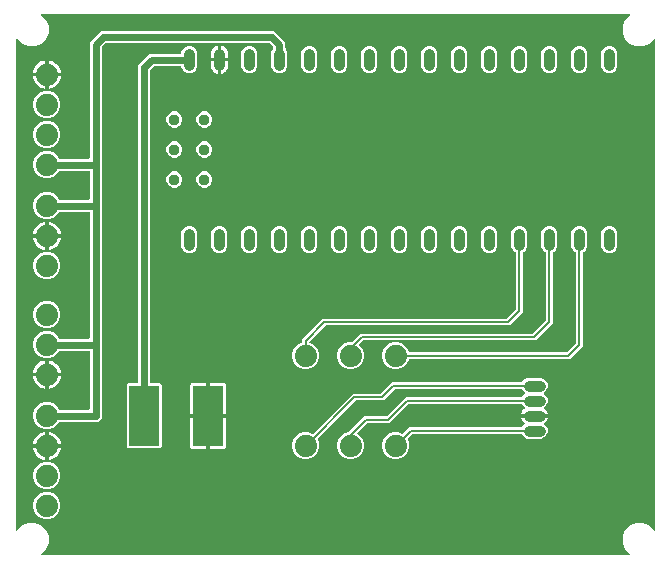
<source format=gbr>
G04 EAGLE Gerber X2 export*
%TF.Part,Single*%
%TF.FileFunction,Copper,L1,Top,Mixed*%
%TF.FilePolarity,Positive*%
%TF.GenerationSoftware,Autodesk,EAGLE,8.7.0*%
%TF.CreationDate,2018-03-25T19:34:28Z*%
G75*
%MOMM*%
%FSLAX34Y34*%
%LPD*%
%AMOC8*
5,1,8,0,0,1.08239X$1,22.5*%
G01*
%ADD10C,0.914400*%
%ADD11C,1.879600*%
%ADD12C,0.960000*%
%ADD13C,0.960000*%
%ADD14R,2.540000X5.080000*%
%ADD15C,0.152400*%
%ADD16C,0.609600*%

G36*
X544214Y24655D02*
X544214Y24655D01*
X544311Y24664D01*
X544335Y24674D01*
X544360Y24679D01*
X544446Y24724D01*
X544535Y24764D01*
X544555Y24781D01*
X544578Y24794D01*
X544645Y24864D01*
X544717Y24930D01*
X544729Y24953D01*
X544747Y24972D01*
X544788Y25060D01*
X544835Y25146D01*
X544840Y25171D01*
X544851Y25195D01*
X544861Y25292D01*
X544879Y25388D01*
X544875Y25414D01*
X544878Y25439D01*
X544857Y25535D01*
X544843Y25631D01*
X544831Y25654D01*
X544826Y25680D01*
X544775Y25764D01*
X544731Y25850D01*
X544713Y25869D01*
X544699Y25891D01*
X544625Y25954D01*
X544556Y26023D01*
X544527Y26038D01*
X544512Y26051D01*
X544482Y26063D01*
X544434Y26089D01*
X540445Y30079D01*
X538289Y35283D01*
X538289Y40917D01*
X540445Y46121D01*
X544429Y50105D01*
X549633Y52261D01*
X555267Y52261D01*
X560471Y50105D01*
X564466Y46111D01*
X564498Y46058D01*
X564544Y45972D01*
X564562Y45954D01*
X564576Y45932D01*
X564652Y45870D01*
X564722Y45803D01*
X564746Y45792D01*
X564766Y45775D01*
X564857Y45740D01*
X564945Y45699D01*
X564971Y45696D01*
X564995Y45687D01*
X565093Y45683D01*
X565189Y45672D01*
X565215Y45678D01*
X565241Y45677D01*
X565335Y45704D01*
X565430Y45724D01*
X565452Y45738D01*
X565477Y45745D01*
X565557Y45801D01*
X565641Y45851D01*
X565658Y45871D01*
X565679Y45885D01*
X565738Y45964D01*
X565801Y46038D01*
X565811Y46062D01*
X565826Y46083D01*
X565856Y46175D01*
X565893Y46266D01*
X565896Y46298D01*
X565902Y46317D01*
X565902Y46350D01*
X565911Y46432D01*
X565911Y461568D01*
X565896Y461664D01*
X565886Y461761D01*
X565876Y461785D01*
X565872Y461810D01*
X565826Y461896D01*
X565786Y461985D01*
X565769Y462005D01*
X565756Y462028D01*
X565686Y462095D01*
X565620Y462166D01*
X565597Y462179D01*
X565578Y462197D01*
X565490Y462238D01*
X565404Y462285D01*
X565379Y462290D01*
X565355Y462301D01*
X565258Y462311D01*
X565162Y462329D01*
X565136Y462325D01*
X565111Y462328D01*
X565015Y462307D01*
X564919Y462293D01*
X564896Y462281D01*
X564870Y462276D01*
X564787Y462226D01*
X564700Y462181D01*
X564681Y462163D01*
X564659Y462149D01*
X564596Y462075D01*
X564528Y462006D01*
X564512Y461977D01*
X564499Y461962D01*
X564487Y461932D01*
X564461Y461885D01*
X560471Y457895D01*
X555267Y455739D01*
X549633Y455739D01*
X544429Y457895D01*
X540445Y461879D01*
X538289Y467083D01*
X538289Y472717D01*
X540445Y477921D01*
X544439Y481916D01*
X544492Y481948D01*
X544578Y481994D01*
X544596Y482012D01*
X544618Y482026D01*
X544680Y482102D01*
X544747Y482172D01*
X544758Y482196D01*
X544775Y482216D01*
X544810Y482307D01*
X544851Y482395D01*
X544854Y482421D01*
X544863Y482445D01*
X544867Y482543D01*
X544878Y482639D01*
X544872Y482665D01*
X544873Y482691D01*
X544846Y482785D01*
X544826Y482880D01*
X544812Y482902D01*
X544805Y482927D01*
X544749Y483007D01*
X544699Y483091D01*
X544679Y483108D01*
X544665Y483129D01*
X544586Y483188D01*
X544512Y483251D01*
X544488Y483261D01*
X544467Y483276D01*
X544375Y483306D01*
X544284Y483343D01*
X544252Y483346D01*
X544233Y483352D01*
X544200Y483352D01*
X544118Y483361D01*
X46432Y483361D01*
X46336Y483346D01*
X46239Y483336D01*
X46215Y483326D01*
X46190Y483322D01*
X46104Y483276D01*
X46015Y483236D01*
X45995Y483219D01*
X45972Y483206D01*
X45905Y483136D01*
X45834Y483070D01*
X45821Y483047D01*
X45803Y483028D01*
X45762Y482940D01*
X45715Y482854D01*
X45710Y482829D01*
X45699Y482805D01*
X45689Y482708D01*
X45671Y482612D01*
X45675Y482586D01*
X45672Y482561D01*
X45693Y482465D01*
X45707Y482369D01*
X45719Y482346D01*
X45724Y482320D01*
X45774Y482237D01*
X45819Y482150D01*
X45837Y482131D01*
X45851Y482109D01*
X45925Y482046D01*
X45994Y481978D01*
X46023Y481962D01*
X46038Y481949D01*
X46068Y481937D01*
X46115Y481911D01*
X50105Y477921D01*
X52261Y472717D01*
X52261Y467083D01*
X50105Y461879D01*
X46121Y457895D01*
X40917Y455739D01*
X35283Y455739D01*
X30079Y457895D01*
X26085Y461889D01*
X26052Y461942D01*
X26006Y462028D01*
X25988Y462046D01*
X25974Y462068D01*
X25899Y462130D01*
X25828Y462197D01*
X25804Y462208D01*
X25784Y462225D01*
X25693Y462260D01*
X25605Y462301D01*
X25579Y462304D01*
X25555Y462313D01*
X25457Y462317D01*
X25361Y462328D01*
X25335Y462322D01*
X25309Y462323D01*
X25216Y462296D01*
X25120Y462276D01*
X25098Y462262D01*
X25073Y462255D01*
X24993Y462199D01*
X24909Y462149D01*
X24892Y462130D01*
X24871Y462115D01*
X24813Y462036D01*
X24749Y461962D01*
X24739Y461938D01*
X24724Y461917D01*
X24694Y461825D01*
X24657Y461734D01*
X24654Y461702D01*
X24648Y461683D01*
X24648Y461650D01*
X24639Y461568D01*
X24639Y46432D01*
X24655Y46336D01*
X24664Y46239D01*
X24674Y46215D01*
X24679Y46190D01*
X24724Y46104D01*
X24764Y46015D01*
X24781Y45995D01*
X24794Y45972D01*
X24864Y45905D01*
X24930Y45833D01*
X24953Y45821D01*
X24972Y45803D01*
X25060Y45762D01*
X25146Y45715D01*
X25171Y45710D01*
X25195Y45699D01*
X25292Y45689D01*
X25388Y45671D01*
X25414Y45675D01*
X25439Y45672D01*
X25535Y45693D01*
X25631Y45707D01*
X25654Y45719D01*
X25680Y45724D01*
X25764Y45775D01*
X25850Y45819D01*
X25869Y45837D01*
X25891Y45851D01*
X25954Y45925D01*
X26023Y45994D01*
X26038Y46023D01*
X26051Y46038D01*
X26063Y46068D01*
X26089Y46116D01*
X30079Y50105D01*
X35283Y52261D01*
X40917Y52261D01*
X46121Y50105D01*
X50105Y46121D01*
X52261Y40917D01*
X52261Y35283D01*
X50105Y30079D01*
X46111Y26085D01*
X46058Y26052D01*
X45972Y26006D01*
X45954Y25988D01*
X45932Y25974D01*
X45870Y25899D01*
X45803Y25828D01*
X45792Y25804D01*
X45775Y25784D01*
X45740Y25693D01*
X45699Y25605D01*
X45696Y25579D01*
X45687Y25555D01*
X45683Y25457D01*
X45672Y25361D01*
X45678Y25335D01*
X45677Y25309D01*
X45704Y25216D01*
X45724Y25120D01*
X45738Y25098D01*
X45745Y25073D01*
X45801Y24993D01*
X45851Y24909D01*
X45870Y24892D01*
X45885Y24871D01*
X45964Y24813D01*
X46038Y24749D01*
X46062Y24739D01*
X46083Y24724D01*
X46175Y24694D01*
X46266Y24657D01*
X46298Y24654D01*
X46317Y24648D01*
X46350Y24648D01*
X46432Y24639D01*
X544118Y24639D01*
X544214Y24655D01*
G37*
%LPC*%
G36*
X48523Y131426D02*
X48523Y131426D01*
X44315Y133169D01*
X41094Y136390D01*
X39351Y140598D01*
X39351Y145152D01*
X41094Y149360D01*
X44315Y152581D01*
X48523Y154324D01*
X53077Y154324D01*
X57285Y152581D01*
X60506Y149360D01*
X60885Y148444D01*
X60947Y148344D01*
X61007Y148244D01*
X61012Y148240D01*
X61015Y148235D01*
X61105Y148160D01*
X61194Y148084D01*
X61200Y148082D01*
X61205Y148078D01*
X61313Y148036D01*
X61422Y147992D01*
X61430Y147991D01*
X61434Y147990D01*
X61452Y147989D01*
X61589Y147974D01*
X86215Y147974D01*
X86235Y147977D01*
X86254Y147975D01*
X86356Y147997D01*
X86458Y148013D01*
X86475Y148023D01*
X86495Y148027D01*
X86584Y148080D01*
X86675Y148129D01*
X86689Y148143D01*
X86706Y148153D01*
X86773Y148232D01*
X86845Y148307D01*
X86853Y148325D01*
X86866Y148340D01*
X86905Y148436D01*
X86948Y148530D01*
X86950Y148550D01*
X86958Y148568D01*
X86976Y148735D01*
X86976Y197340D01*
X86973Y197360D01*
X86975Y197379D01*
X86953Y197481D01*
X86937Y197583D01*
X86927Y197600D01*
X86923Y197620D01*
X86870Y197709D01*
X86821Y197800D01*
X86807Y197814D01*
X86797Y197831D01*
X86718Y197898D01*
X86643Y197970D01*
X86625Y197978D01*
X86610Y197991D01*
X86514Y198030D01*
X86420Y198073D01*
X86400Y198075D01*
X86382Y198083D01*
X86215Y198101D01*
X61589Y198101D01*
X61474Y198082D01*
X61358Y198065D01*
X61352Y198063D01*
X61346Y198062D01*
X61243Y198007D01*
X61139Y197954D01*
X61134Y197949D01*
X61129Y197946D01*
X61048Y197861D01*
X60966Y197778D01*
X60963Y197772D01*
X60959Y197768D01*
X60951Y197751D01*
X60885Y197631D01*
X60506Y196715D01*
X57285Y193494D01*
X53077Y191751D01*
X48523Y191751D01*
X44315Y193494D01*
X41094Y196715D01*
X39351Y200923D01*
X39351Y205477D01*
X41094Y209685D01*
X44315Y212906D01*
X48523Y214649D01*
X53077Y214649D01*
X57285Y212906D01*
X60506Y209685D01*
X60885Y208769D01*
X60947Y208669D01*
X61007Y208569D01*
X61012Y208565D01*
X61015Y208560D01*
X61105Y208485D01*
X61194Y208409D01*
X61200Y208407D01*
X61204Y208403D01*
X61313Y208361D01*
X61422Y208317D01*
X61429Y208316D01*
X61434Y208315D01*
X61452Y208314D01*
X61589Y208299D01*
X86215Y208299D01*
X86235Y208302D01*
X86254Y208300D01*
X86356Y208322D01*
X86458Y208338D01*
X86475Y208348D01*
X86495Y208352D01*
X86584Y208405D01*
X86675Y208454D01*
X86689Y208468D01*
X86706Y208478D01*
X86773Y208557D01*
X86845Y208632D01*
X86853Y208650D01*
X86866Y208665D01*
X86905Y208761D01*
X86948Y208855D01*
X86950Y208875D01*
X86958Y208893D01*
X86976Y209060D01*
X86976Y314815D01*
X86973Y314835D01*
X86975Y314854D01*
X86953Y314956D01*
X86937Y315058D01*
X86927Y315075D01*
X86923Y315095D01*
X86870Y315184D01*
X86821Y315275D01*
X86807Y315289D01*
X86797Y315306D01*
X86718Y315373D01*
X86643Y315445D01*
X86625Y315453D01*
X86610Y315466D01*
X86514Y315505D01*
X86420Y315548D01*
X86400Y315550D01*
X86382Y315558D01*
X86215Y315576D01*
X61589Y315576D01*
X61474Y315557D01*
X61358Y315540D01*
X61352Y315538D01*
X61346Y315537D01*
X61243Y315482D01*
X61139Y315429D01*
X61134Y315424D01*
X61129Y315421D01*
X61048Y315336D01*
X60966Y315253D01*
X60963Y315247D01*
X60959Y315243D01*
X60951Y315226D01*
X60885Y315106D01*
X60506Y314190D01*
X57285Y310969D01*
X53077Y309226D01*
X48523Y309226D01*
X44315Y310969D01*
X41094Y314190D01*
X39351Y318398D01*
X39351Y322952D01*
X41094Y327160D01*
X44315Y330381D01*
X48523Y332124D01*
X53077Y332124D01*
X57285Y330381D01*
X60506Y327160D01*
X60885Y326244D01*
X60947Y326144D01*
X61007Y326044D01*
X61012Y326040D01*
X61015Y326035D01*
X61105Y325960D01*
X61194Y325884D01*
X61200Y325882D01*
X61204Y325878D01*
X61313Y325836D01*
X61422Y325792D01*
X61429Y325791D01*
X61434Y325790D01*
X61452Y325789D01*
X61589Y325774D01*
X86215Y325774D01*
X86235Y325777D01*
X86254Y325775D01*
X86356Y325797D01*
X86458Y325813D01*
X86475Y325823D01*
X86495Y325827D01*
X86584Y325880D01*
X86675Y325929D01*
X86689Y325943D01*
X86706Y325953D01*
X86773Y326032D01*
X86845Y326107D01*
X86853Y326125D01*
X86866Y326140D01*
X86905Y326236D01*
X86948Y326330D01*
X86950Y326350D01*
X86958Y326368D01*
X86976Y326535D01*
X86976Y349740D01*
X86973Y349760D01*
X86975Y349779D01*
X86953Y349881D01*
X86937Y349983D01*
X86927Y350000D01*
X86923Y350020D01*
X86870Y350109D01*
X86821Y350200D01*
X86807Y350214D01*
X86797Y350231D01*
X86718Y350298D01*
X86643Y350370D01*
X86625Y350378D01*
X86610Y350391D01*
X86514Y350430D01*
X86420Y350473D01*
X86400Y350475D01*
X86382Y350483D01*
X86215Y350501D01*
X61589Y350501D01*
X61474Y350482D01*
X61358Y350465D01*
X61352Y350463D01*
X61346Y350462D01*
X61243Y350407D01*
X61139Y350354D01*
X61134Y350349D01*
X61129Y350346D01*
X61048Y350261D01*
X60966Y350178D01*
X60963Y350172D01*
X60959Y350168D01*
X60951Y350151D01*
X60885Y350031D01*
X60506Y349115D01*
X57285Y345894D01*
X53077Y344151D01*
X48523Y344151D01*
X44315Y345894D01*
X41094Y349115D01*
X39351Y353323D01*
X39351Y357877D01*
X41094Y362085D01*
X44315Y365306D01*
X48523Y367049D01*
X53077Y367049D01*
X57285Y365306D01*
X60506Y362085D01*
X60885Y361169D01*
X60947Y361069D01*
X61007Y360969D01*
X61012Y360965D01*
X61015Y360960D01*
X61105Y360885D01*
X61194Y360809D01*
X61200Y360807D01*
X61204Y360803D01*
X61313Y360761D01*
X61422Y360717D01*
X61429Y360716D01*
X61434Y360715D01*
X61452Y360714D01*
X61589Y360699D01*
X86215Y360699D01*
X86235Y360702D01*
X86254Y360700D01*
X86356Y360722D01*
X86458Y360738D01*
X86475Y360748D01*
X86495Y360752D01*
X86584Y360805D01*
X86675Y360854D01*
X86689Y360868D01*
X86706Y360878D01*
X86773Y360957D01*
X86845Y361032D01*
X86853Y361050D01*
X86866Y361065D01*
X86905Y361161D01*
X86948Y361255D01*
X86950Y361275D01*
X86958Y361293D01*
X86976Y361460D01*
X86976Y459312D01*
X96313Y468649D01*
X243412Y468649D01*
X252749Y459312D01*
X252749Y454205D01*
X252763Y454115D01*
X252771Y454024D01*
X252783Y453994D01*
X252788Y453962D01*
X252831Y453882D01*
X252867Y453798D01*
X252893Y453765D01*
X252904Y453745D01*
X252927Y453723D01*
X252972Y453667D01*
X253458Y453181D01*
X254501Y450663D01*
X254501Y438337D01*
X253458Y435819D01*
X251531Y433892D01*
X249013Y432849D01*
X246287Y432849D01*
X243769Y433892D01*
X241842Y435819D01*
X240799Y438337D01*
X240799Y450663D01*
X241842Y453181D01*
X242328Y453667D01*
X242382Y453741D01*
X242441Y453810D01*
X242453Y453840D01*
X242472Y453866D01*
X242499Y453953D01*
X242533Y454038D01*
X242537Y454079D01*
X242544Y454102D01*
X242543Y454134D01*
X242551Y454205D01*
X242551Y454773D01*
X242550Y454781D01*
X242550Y454784D01*
X242547Y454801D01*
X242537Y454863D01*
X242529Y454954D01*
X242517Y454983D01*
X242512Y455015D01*
X242469Y455096D01*
X242433Y455180D01*
X242407Y455212D01*
X242396Y455233D01*
X242373Y455255D01*
X242328Y455311D01*
X239411Y458228D01*
X239337Y458281D01*
X239268Y458341D01*
X239237Y458353D01*
X239211Y458372D01*
X239124Y458399D01*
X239039Y458433D01*
X238998Y458437D01*
X238976Y458444D01*
X238944Y458443D01*
X238873Y458451D01*
X100852Y458451D01*
X100762Y458437D01*
X100671Y458429D01*
X100642Y458417D01*
X100610Y458412D01*
X100529Y458369D01*
X100445Y458333D01*
X100413Y458307D01*
X100392Y458296D01*
X100370Y458273D01*
X100314Y458228D01*
X97397Y455311D01*
X97344Y455237D01*
X97284Y455168D01*
X97272Y455137D01*
X97253Y455111D01*
X97226Y455024D01*
X97192Y454939D01*
X97188Y454898D01*
X97181Y454876D01*
X97182Y454844D01*
X97174Y454773D01*
X97174Y140763D01*
X94187Y137776D01*
X61589Y137776D01*
X61474Y137757D01*
X61358Y137740D01*
X61352Y137738D01*
X61346Y137737D01*
X61243Y137682D01*
X61139Y137629D01*
X61134Y137624D01*
X61129Y137621D01*
X61049Y137537D01*
X60966Y137453D01*
X60963Y137447D01*
X60959Y137443D01*
X60951Y137426D01*
X60885Y137306D01*
X60506Y136390D01*
X57285Y133169D01*
X53077Y131426D01*
X48523Y131426D01*
G37*
%LPD*%
%LPC*%
G36*
X119801Y115424D02*
X119801Y115424D01*
X118599Y116626D01*
X118599Y169124D01*
X119801Y170326D01*
X127490Y170326D01*
X127510Y170329D01*
X127529Y170327D01*
X127631Y170349D01*
X127733Y170365D01*
X127750Y170375D01*
X127770Y170379D01*
X127859Y170432D01*
X127950Y170481D01*
X127964Y170495D01*
X127981Y170505D01*
X128048Y170584D01*
X128120Y170659D01*
X128128Y170677D01*
X128141Y170692D01*
X128180Y170788D01*
X128223Y170882D01*
X128225Y170902D01*
X128233Y170920D01*
X128251Y171087D01*
X128251Y440262D01*
X137588Y449599D01*
X163838Y449599D01*
X163858Y449602D01*
X163877Y449600D01*
X163979Y449622D01*
X164081Y449638D01*
X164098Y449648D01*
X164118Y449652D01*
X164207Y449705D01*
X164298Y449754D01*
X164312Y449768D01*
X164329Y449778D01*
X164396Y449857D01*
X164468Y449932D01*
X164476Y449950D01*
X164489Y449965D01*
X164528Y450061D01*
X164571Y450155D01*
X164573Y450175D01*
X164581Y450193D01*
X164599Y450360D01*
X164599Y450663D01*
X165642Y453181D01*
X167569Y455108D01*
X170087Y456151D01*
X172813Y456151D01*
X175331Y455108D01*
X177258Y453181D01*
X178301Y450663D01*
X178301Y438337D01*
X177258Y435819D01*
X175331Y433892D01*
X172813Y432849D01*
X170087Y432849D01*
X167569Y433892D01*
X165642Y435819D01*
X164599Y438337D01*
X164599Y438640D01*
X164596Y438660D01*
X164598Y438679D01*
X164576Y438781D01*
X164560Y438883D01*
X164550Y438900D01*
X164546Y438920D01*
X164493Y439009D01*
X164444Y439100D01*
X164430Y439114D01*
X164420Y439131D01*
X164341Y439198D01*
X164266Y439270D01*
X164248Y439278D01*
X164233Y439291D01*
X164137Y439330D01*
X164043Y439373D01*
X164023Y439375D01*
X164005Y439383D01*
X163838Y439401D01*
X142127Y439401D01*
X142037Y439387D01*
X141946Y439379D01*
X141917Y439367D01*
X141885Y439362D01*
X141804Y439319D01*
X141720Y439283D01*
X141688Y439257D01*
X141667Y439246D01*
X141645Y439223D01*
X141589Y439178D01*
X138672Y436261D01*
X138619Y436187D01*
X138559Y436118D01*
X138547Y436087D01*
X138528Y436061D01*
X138501Y435974D01*
X138493Y435954D01*
X138477Y435919D01*
X138476Y435911D01*
X138467Y435889D01*
X138463Y435848D01*
X138456Y435826D01*
X138457Y435794D01*
X138449Y435723D01*
X138449Y171087D01*
X138452Y171067D01*
X138450Y171048D01*
X138472Y170946D01*
X138488Y170844D01*
X138498Y170827D01*
X138502Y170807D01*
X138555Y170718D01*
X138604Y170627D01*
X138618Y170613D01*
X138628Y170596D01*
X138707Y170529D01*
X138782Y170457D01*
X138800Y170449D01*
X138815Y170436D01*
X138911Y170397D01*
X139005Y170354D01*
X139025Y170352D01*
X139043Y170344D01*
X139210Y170326D01*
X146899Y170326D01*
X148101Y169124D01*
X148101Y116626D01*
X146899Y115424D01*
X119801Y115424D01*
G37*
%LPD*%
%LPC*%
G36*
X267598Y106026D02*
X267598Y106026D01*
X263390Y107769D01*
X260169Y110990D01*
X258426Y115198D01*
X258426Y119752D01*
X260169Y123960D01*
X263390Y127181D01*
X267598Y128924D01*
X272152Y128924D01*
X275355Y127597D01*
X275468Y127571D01*
X275582Y127542D01*
X275588Y127542D01*
X275594Y127541D01*
X275711Y127552D01*
X275827Y127561D01*
X275833Y127564D01*
X275839Y127564D01*
X275947Y127612D01*
X276053Y127657D01*
X276059Y127662D01*
X276064Y127664D01*
X276078Y127677D01*
X276184Y127762D01*
X309985Y161563D01*
X333190Y161563D01*
X333280Y161577D01*
X333371Y161585D01*
X333401Y161597D01*
X333433Y161602D01*
X333514Y161645D01*
X333597Y161681D01*
X333630Y161707D01*
X333650Y161718D01*
X333672Y161741D01*
X333728Y161786D01*
X343030Y171088D01*
X452466Y171088D01*
X452581Y171107D01*
X452697Y171124D01*
X452703Y171126D01*
X452709Y171127D01*
X452811Y171182D01*
X452916Y171235D01*
X452921Y171240D01*
X452926Y171243D01*
X453007Y171327D01*
X453088Y171411D01*
X453092Y171417D01*
X453096Y171421D01*
X453103Y171438D01*
X453169Y171558D01*
X453364Y172027D01*
X455226Y173889D01*
X457661Y174898D01*
X469439Y174898D01*
X471874Y173889D01*
X473736Y172027D01*
X474745Y169592D01*
X474745Y166958D01*
X473736Y164523D01*
X471874Y162661D01*
X471796Y162628D01*
X471735Y162590D01*
X471669Y162561D01*
X471631Y162526D01*
X471587Y162499D01*
X471541Y162443D01*
X471488Y162395D01*
X471463Y162349D01*
X471430Y162309D01*
X471404Y162242D01*
X471369Y162179D01*
X471360Y162128D01*
X471342Y162080D01*
X471339Y162008D01*
X471326Y161937D01*
X471333Y161886D01*
X471331Y161834D01*
X471351Y161765D01*
X471362Y161694D01*
X471385Y161648D01*
X471400Y161598D01*
X471441Y161539D01*
X471473Y161475D01*
X471510Y161438D01*
X471540Y161396D01*
X471597Y161353D01*
X471649Y161303D01*
X471712Y161268D01*
X471737Y161249D01*
X471760Y161242D01*
X471796Y161222D01*
X471874Y161189D01*
X473736Y159327D01*
X474745Y156892D01*
X474745Y154258D01*
X473736Y151823D01*
X471907Y149994D01*
X471861Y149930D01*
X471844Y149912D01*
X471839Y149903D01*
X471792Y149846D01*
X471781Y149818D01*
X471764Y149795D01*
X471736Y149704D01*
X471701Y149617D01*
X471700Y149588D01*
X471691Y149560D01*
X471694Y149465D01*
X471689Y149371D01*
X471697Y149343D01*
X471698Y149314D01*
X471730Y149225D01*
X471756Y149134D01*
X471772Y149110D01*
X471782Y149083D01*
X471841Y149009D01*
X471894Y148931D01*
X471922Y148907D01*
X471936Y148891D01*
X471963Y148873D01*
X472023Y148823D01*
X472656Y148400D01*
X473647Y147409D01*
X474425Y146244D01*
X474961Y144950D01*
X475071Y144398D01*
X464312Y144398D01*
X464292Y144395D01*
X464273Y144397D01*
X464171Y144375D01*
X464069Y144358D01*
X464052Y144349D01*
X464032Y144345D01*
X463943Y144292D01*
X463852Y144243D01*
X463838Y144229D01*
X463821Y144219D01*
X463754Y144140D01*
X463683Y144065D01*
X463674Y144047D01*
X463661Y144032D01*
X463623Y143936D01*
X463579Y143842D01*
X463577Y143822D01*
X463569Y143804D01*
X463551Y143637D01*
X463551Y142113D01*
X463554Y142093D01*
X463552Y142074D01*
X463574Y141972D01*
X463591Y141870D01*
X463600Y141853D01*
X463604Y141833D01*
X463657Y141744D01*
X463706Y141653D01*
X463720Y141639D01*
X463730Y141622D01*
X463809Y141555D01*
X463884Y141484D01*
X463902Y141475D01*
X463917Y141462D01*
X464013Y141423D01*
X464107Y141380D01*
X464127Y141378D01*
X464145Y141370D01*
X464312Y141352D01*
X475071Y141352D01*
X474961Y140800D01*
X474425Y139506D01*
X473647Y138341D01*
X472656Y137350D01*
X472023Y136927D01*
X471954Y136863D01*
X471880Y136804D01*
X471864Y136779D01*
X471843Y136759D01*
X471798Y136676D01*
X471747Y136597D01*
X471740Y136568D01*
X471726Y136543D01*
X471710Y136450D01*
X471687Y136358D01*
X471689Y136329D01*
X471684Y136300D01*
X471699Y136207D01*
X471706Y136113D01*
X471718Y136086D01*
X471722Y136057D01*
X471766Y135973D01*
X471802Y135887D01*
X471825Y135858D01*
X471835Y135839D01*
X471859Y135816D01*
X471907Y135756D01*
X473736Y133927D01*
X474745Y131492D01*
X474745Y128858D01*
X473736Y126423D01*
X471874Y124561D01*
X469439Y123552D01*
X457661Y123552D01*
X455226Y124561D01*
X453364Y126423D01*
X453169Y126892D01*
X453108Y126992D01*
X453048Y127092D01*
X453043Y127096D01*
X453040Y127101D01*
X452950Y127176D01*
X452861Y127252D01*
X452855Y127254D01*
X452850Y127258D01*
X452742Y127300D01*
X452633Y127344D01*
X452625Y127345D01*
X452621Y127346D01*
X452602Y127347D01*
X452466Y127362D01*
X360255Y127362D01*
X360165Y127348D01*
X360074Y127340D01*
X360045Y127328D01*
X360013Y127323D01*
X359932Y127280D01*
X359848Y127244D01*
X359816Y127218D01*
X359795Y127207D01*
X359773Y127184D01*
X359717Y127139D01*
X356362Y123784D01*
X356295Y123690D01*
X356224Y123596D01*
X356222Y123590D01*
X356219Y123585D01*
X356185Y123474D01*
X356148Y123362D01*
X356148Y123356D01*
X356146Y123350D01*
X356149Y123233D01*
X356150Y123116D01*
X356153Y123109D01*
X356153Y123104D01*
X356159Y123086D01*
X356197Y122955D01*
X357524Y119752D01*
X357524Y115198D01*
X355781Y110990D01*
X352560Y107769D01*
X348352Y106026D01*
X343798Y106026D01*
X339590Y107769D01*
X336369Y110990D01*
X334626Y115198D01*
X334626Y119752D01*
X336369Y123960D01*
X339590Y127181D01*
X343798Y128924D01*
X348352Y128924D01*
X351555Y127597D01*
X351668Y127571D01*
X351782Y127542D01*
X351788Y127542D01*
X351794Y127541D01*
X351911Y127552D01*
X352027Y127561D01*
X352033Y127564D01*
X352039Y127564D01*
X352147Y127612D01*
X352253Y127657D01*
X352259Y127662D01*
X352264Y127664D01*
X352278Y127677D01*
X352384Y127762D01*
X357610Y132988D01*
X452466Y132988D01*
X452581Y133007D01*
X452697Y133024D01*
X452703Y133026D01*
X452709Y133027D01*
X452811Y133082D01*
X452916Y133135D01*
X452921Y133140D01*
X452926Y133143D01*
X453007Y133227D01*
X453088Y133311D01*
X453092Y133317D01*
X453096Y133321D01*
X453103Y133338D01*
X453169Y133458D01*
X453364Y133927D01*
X455193Y135756D01*
X455248Y135832D01*
X455308Y135904D01*
X455319Y135932D01*
X455336Y135955D01*
X455364Y136046D01*
X455399Y136133D01*
X455400Y136162D01*
X455409Y136190D01*
X455406Y136285D01*
X455411Y136379D01*
X455403Y136407D01*
X455402Y136436D01*
X455370Y136525D01*
X455344Y136616D01*
X455328Y136640D01*
X455318Y136667D01*
X455259Y136741D01*
X455206Y136819D01*
X455178Y136843D01*
X455164Y136859D01*
X455137Y136877D01*
X455077Y136927D01*
X454444Y137350D01*
X453453Y138341D01*
X452675Y139506D01*
X452139Y140800D01*
X452029Y141352D01*
X462788Y141352D01*
X462808Y141355D01*
X462827Y141353D01*
X462929Y141375D01*
X463031Y141392D01*
X463048Y141401D01*
X463068Y141405D01*
X463157Y141458D01*
X463248Y141507D01*
X463262Y141521D01*
X463279Y141531D01*
X463346Y141610D01*
X463417Y141685D01*
X463426Y141703D01*
X463439Y141718D01*
X463477Y141814D01*
X463521Y141908D01*
X463523Y141928D01*
X463531Y141946D01*
X463549Y142113D01*
X463549Y143637D01*
X463546Y143657D01*
X463548Y143676D01*
X463526Y143778D01*
X463509Y143880D01*
X463500Y143897D01*
X463496Y143917D01*
X463443Y144006D01*
X463394Y144097D01*
X463380Y144111D01*
X463370Y144128D01*
X463291Y144195D01*
X463216Y144266D01*
X463198Y144275D01*
X463183Y144288D01*
X463087Y144327D01*
X462993Y144370D01*
X462973Y144372D01*
X462955Y144380D01*
X462788Y144398D01*
X452029Y144398D01*
X452139Y144950D01*
X452675Y146244D01*
X453453Y147409D01*
X454444Y148400D01*
X455077Y148823D01*
X455146Y148887D01*
X455220Y148946D01*
X455236Y148971D01*
X455257Y148991D01*
X455302Y149074D01*
X455353Y149153D01*
X455360Y149182D01*
X455374Y149207D01*
X455390Y149300D01*
X455413Y149392D01*
X455411Y149421D01*
X455416Y149450D01*
X455401Y149543D01*
X455394Y149637D01*
X455382Y149664D01*
X455378Y149693D01*
X455334Y149777D01*
X455298Y149863D01*
X455275Y149892D01*
X455265Y149911D01*
X455241Y149934D01*
X455209Y149975D01*
X455208Y149975D01*
X455193Y149994D01*
X453364Y151823D01*
X453169Y152292D01*
X453108Y152392D01*
X453048Y152492D01*
X453043Y152496D01*
X453040Y152501D01*
X452950Y152576D01*
X452861Y152652D01*
X452855Y152654D01*
X452850Y152658D01*
X452742Y152700D01*
X452633Y152744D01*
X452625Y152745D01*
X452621Y152746D01*
X452602Y152747D01*
X452466Y152762D01*
X357080Y152762D01*
X356990Y152748D01*
X356899Y152740D01*
X356870Y152728D01*
X356838Y152723D01*
X356757Y152680D01*
X356673Y152644D01*
X356641Y152618D01*
X356620Y152607D01*
X356598Y152584D01*
X356542Y152539D01*
X340890Y136887D01*
X322155Y136887D01*
X322065Y136873D01*
X321974Y136865D01*
X321945Y136853D01*
X321913Y136848D01*
X321832Y136805D01*
X321748Y136769D01*
X321716Y136743D01*
X321695Y136732D01*
X321673Y136709D01*
X321617Y136664D01*
X313621Y128668D01*
X313594Y128631D01*
X313560Y128599D01*
X313522Y128531D01*
X313477Y128468D01*
X313464Y128424D01*
X313441Y128384D01*
X313428Y128307D01*
X313405Y128233D01*
X313406Y128187D01*
X313398Y128142D01*
X313409Y128065D01*
X313411Y127987D01*
X313427Y127944D01*
X313434Y127899D01*
X313469Y127829D01*
X313496Y127756D01*
X313524Y127720D01*
X313545Y127679D01*
X313601Y127625D01*
X313649Y127564D01*
X313688Y127539D01*
X313721Y127507D01*
X313840Y127441D01*
X313856Y127431D01*
X313861Y127430D01*
X313868Y127426D01*
X314460Y127181D01*
X317681Y123960D01*
X319424Y119752D01*
X319424Y115198D01*
X317681Y110990D01*
X314460Y107769D01*
X310252Y106026D01*
X305698Y106026D01*
X301490Y107769D01*
X298269Y110990D01*
X296526Y115198D01*
X296526Y119752D01*
X298269Y123960D01*
X301490Y127181D01*
X305742Y128942D01*
X305787Y128946D01*
X305816Y128958D01*
X305848Y128963D01*
X305929Y129006D01*
X306013Y129042D01*
X306045Y129068D01*
X306066Y129079D01*
X306071Y129084D01*
X306072Y129085D01*
X306089Y129103D01*
X306144Y129147D01*
X319510Y142513D01*
X338245Y142513D01*
X338335Y142527D01*
X338426Y142535D01*
X338455Y142547D01*
X338487Y142552D01*
X338568Y142595D01*
X338652Y142631D01*
X338684Y142657D01*
X338705Y142668D01*
X338727Y142691D01*
X338783Y142736D01*
X354435Y158388D01*
X452466Y158388D01*
X452581Y158407D01*
X452697Y158424D01*
X452703Y158426D01*
X452709Y158427D01*
X452811Y158482D01*
X452916Y158535D01*
X452921Y158540D01*
X452926Y158543D01*
X453007Y158627D01*
X453088Y158711D01*
X453092Y158717D01*
X453096Y158721D01*
X453103Y158738D01*
X453169Y158858D01*
X453364Y159327D01*
X455226Y161189D01*
X455304Y161222D01*
X455365Y161259D01*
X455431Y161289D01*
X455469Y161324D01*
X455513Y161351D01*
X455559Y161407D01*
X455612Y161455D01*
X455637Y161501D01*
X455670Y161541D01*
X455696Y161608D01*
X455730Y161671D01*
X455740Y161722D01*
X455758Y161770D01*
X455761Y161842D01*
X455774Y161913D01*
X455767Y161964D01*
X455769Y162016D01*
X455749Y162085D01*
X455738Y162156D01*
X455715Y162202D01*
X455700Y162252D01*
X455659Y162311D01*
X455627Y162375D01*
X455590Y162412D01*
X455560Y162454D01*
X455502Y162497D01*
X455451Y162547D01*
X455389Y162582D01*
X455363Y162601D01*
X455340Y162608D01*
X455304Y162628D01*
X455226Y162661D01*
X453364Y164523D01*
X453169Y164992D01*
X453108Y165092D01*
X453048Y165192D01*
X453043Y165196D01*
X453040Y165201D01*
X452950Y165276D01*
X452861Y165352D01*
X452855Y165354D01*
X452850Y165358D01*
X452742Y165400D01*
X452633Y165444D01*
X452625Y165445D01*
X452621Y165446D01*
X452602Y165447D01*
X452466Y165462D01*
X345676Y165462D01*
X345586Y165448D01*
X345495Y165440D01*
X345465Y165428D01*
X345433Y165423D01*
X345353Y165380D01*
X345269Y165344D01*
X345237Y165318D01*
X345216Y165307D01*
X345194Y165284D01*
X345138Y165239D01*
X335836Y155937D01*
X312630Y155937D01*
X312540Y155923D01*
X312449Y155915D01*
X312420Y155903D01*
X312388Y155898D01*
X312307Y155855D01*
X312223Y155819D01*
X312191Y155793D01*
X312170Y155782D01*
X312148Y155759D01*
X312092Y155714D01*
X280162Y123784D01*
X280095Y123690D01*
X280024Y123596D01*
X280022Y123590D01*
X280019Y123585D01*
X279985Y123474D01*
X279948Y123362D01*
X279948Y123356D01*
X279946Y123350D01*
X279949Y123233D01*
X279950Y123116D01*
X279953Y123109D01*
X279953Y123104D01*
X279959Y123086D01*
X279997Y122955D01*
X281324Y119752D01*
X281324Y115198D01*
X279581Y110990D01*
X276360Y107769D01*
X272152Y106026D01*
X267598Y106026D01*
G37*
%LPD*%
%LPC*%
G36*
X267598Y182226D02*
X267598Y182226D01*
X263390Y183969D01*
X260169Y187190D01*
X258426Y191398D01*
X258426Y195952D01*
X260169Y200160D01*
X263390Y203381D01*
X266592Y204707D01*
X266692Y204769D01*
X266792Y204829D01*
X266796Y204834D01*
X266801Y204837D01*
X266876Y204927D01*
X266952Y205016D01*
X266954Y205022D01*
X266958Y205026D01*
X267000Y205135D01*
X267044Y205244D01*
X267045Y205251D01*
X267046Y205256D01*
X267047Y205274D01*
X267062Y205411D01*
X267062Y207540D01*
X284585Y225063D01*
X439845Y225063D01*
X439935Y225077D01*
X440026Y225085D01*
X440055Y225097D01*
X440087Y225102D01*
X440168Y225145D01*
X440252Y225181D01*
X440284Y225207D01*
X440305Y225218D01*
X440327Y225241D01*
X440383Y225286D01*
X447814Y232717D01*
X447861Y232783D01*
X447871Y232793D01*
X447874Y232799D01*
X447927Y232861D01*
X447939Y232891D01*
X447958Y232917D01*
X447985Y233004D01*
X448019Y233089D01*
X448023Y233130D01*
X448030Y233152D01*
X448029Y233184D01*
X448037Y233255D01*
X448037Y280541D01*
X448018Y280656D01*
X448001Y280772D01*
X447999Y280778D01*
X447998Y280784D01*
X447943Y280886D01*
X447890Y280991D01*
X447885Y280996D01*
X447882Y281001D01*
X447798Y281081D01*
X447714Y281164D01*
X447708Y281167D01*
X447704Y281171D01*
X447687Y281179D01*
X447567Y281245D01*
X446969Y281492D01*
X445042Y283419D01*
X443999Y285937D01*
X443999Y298263D01*
X445042Y300781D01*
X446969Y302708D01*
X449487Y303751D01*
X452213Y303751D01*
X454731Y302708D01*
X456658Y300781D01*
X457701Y298263D01*
X457701Y285937D01*
X456658Y283419D01*
X454731Y281492D01*
X454133Y281245D01*
X454033Y281183D01*
X453933Y281123D01*
X453929Y281118D01*
X453924Y281115D01*
X453849Y281024D01*
X453773Y280936D01*
X453771Y280930D01*
X453767Y280925D01*
X453725Y280817D01*
X453681Y280708D01*
X453680Y280700D01*
X453679Y280696D01*
X453678Y280678D01*
X453663Y280541D01*
X453663Y230610D01*
X442490Y219437D01*
X287230Y219437D01*
X287140Y219423D01*
X287049Y219415D01*
X287020Y219403D01*
X286988Y219398D01*
X286907Y219355D01*
X286823Y219319D01*
X286791Y219293D01*
X286770Y219282D01*
X286748Y219259D01*
X286692Y219214D01*
X273276Y205798D01*
X273249Y205760D01*
X273215Y205729D01*
X273177Y205661D01*
X273132Y205598D01*
X273119Y205554D01*
X273096Y205514D01*
X273083Y205437D01*
X273060Y205363D01*
X273061Y205317D01*
X273053Y205272D01*
X273064Y205195D01*
X273066Y205117D01*
X273082Y205074D01*
X273088Y205029D01*
X273124Y204959D01*
X273150Y204886D01*
X273179Y204850D01*
X273200Y204809D01*
X273256Y204755D01*
X273304Y204694D01*
X273343Y204669D01*
X273376Y204637D01*
X273495Y204571D01*
X273511Y204561D01*
X273516Y204560D01*
X273523Y204556D01*
X276360Y203381D01*
X279581Y200160D01*
X281324Y195952D01*
X281324Y191398D01*
X279581Y187190D01*
X276360Y183969D01*
X272152Y182226D01*
X267598Y182226D01*
G37*
%LPD*%
%LPC*%
G36*
X305698Y182226D02*
X305698Y182226D01*
X301490Y183969D01*
X298269Y187190D01*
X296526Y191398D01*
X296526Y195952D01*
X298269Y200160D01*
X301490Y203381D01*
X305698Y205124D01*
X308781Y205124D01*
X308871Y205138D01*
X308962Y205146D01*
X308991Y205158D01*
X309023Y205163D01*
X309104Y205206D01*
X309188Y205242D01*
X309220Y205268D01*
X309241Y205279D01*
X309263Y205302D01*
X309319Y205347D01*
X316335Y212363D01*
X462070Y212363D01*
X462160Y212377D01*
X462251Y212385D01*
X462280Y212397D01*
X462312Y212402D01*
X462393Y212445D01*
X462477Y212481D01*
X462509Y212507D01*
X462530Y212518D01*
X462552Y212541D01*
X462608Y212586D01*
X473214Y223192D01*
X473267Y223266D01*
X473327Y223336D01*
X473339Y223366D01*
X473358Y223392D01*
X473385Y223479D01*
X473419Y223564D01*
X473423Y223605D01*
X473430Y223627D01*
X473429Y223659D01*
X473437Y223730D01*
X473437Y280541D01*
X473418Y280656D01*
X473401Y280772D01*
X473399Y280778D01*
X473398Y280784D01*
X473343Y280886D01*
X473290Y280991D01*
X473285Y280996D01*
X473282Y281001D01*
X473198Y281081D01*
X473114Y281164D01*
X473108Y281167D01*
X473104Y281171D01*
X473087Y281179D01*
X472967Y281245D01*
X472369Y281492D01*
X470442Y283419D01*
X469399Y285937D01*
X469399Y298263D01*
X470442Y300781D01*
X472369Y302708D01*
X474887Y303751D01*
X477613Y303751D01*
X480131Y302708D01*
X482058Y300781D01*
X483101Y298263D01*
X483101Y285937D01*
X482058Y283419D01*
X480131Y281492D01*
X479533Y281245D01*
X479433Y281183D01*
X479333Y281123D01*
X479329Y281118D01*
X479324Y281115D01*
X479249Y281024D01*
X479173Y280936D01*
X479171Y280930D01*
X479167Y280925D01*
X479125Y280817D01*
X479081Y280708D01*
X479080Y280700D01*
X479079Y280696D01*
X479078Y280678D01*
X479063Y280541D01*
X479063Y221085D01*
X464715Y206737D01*
X318980Y206737D01*
X318890Y206723D01*
X318799Y206715D01*
X318770Y206703D01*
X318738Y206698D01*
X318657Y206655D01*
X318573Y206619D01*
X318541Y206593D01*
X318520Y206582D01*
X318498Y206559D01*
X318442Y206514D01*
X315423Y203495D01*
X315411Y203479D01*
X315395Y203466D01*
X315339Y203379D01*
X315279Y203295D01*
X315273Y203276D01*
X315262Y203259D01*
X315237Y203159D01*
X315207Y203060D01*
X315207Y203040D01*
X315202Y203021D01*
X315210Y202918D01*
X315213Y202814D01*
X315220Y202795D01*
X315222Y202776D01*
X315262Y202681D01*
X315298Y202583D01*
X315310Y202568D01*
X315318Y202549D01*
X315423Y202418D01*
X317681Y200160D01*
X319424Y195952D01*
X319424Y191398D01*
X317681Y187190D01*
X314460Y183969D01*
X310252Y182226D01*
X305698Y182226D01*
G37*
%LPD*%
%LPC*%
G36*
X343798Y182226D02*
X343798Y182226D01*
X339590Y183969D01*
X336369Y187190D01*
X334626Y191398D01*
X334626Y195952D01*
X336369Y200160D01*
X339590Y203381D01*
X343798Y205124D01*
X348352Y205124D01*
X352560Y203381D01*
X355781Y200160D01*
X357107Y196958D01*
X357169Y196858D01*
X357229Y196758D01*
X357234Y196754D01*
X357237Y196749D01*
X357327Y196674D01*
X357416Y196598D01*
X357422Y196596D01*
X357426Y196592D01*
X357535Y196550D01*
X357644Y196506D01*
X357651Y196505D01*
X357656Y196504D01*
X357674Y196503D01*
X357811Y196488D01*
X490645Y196488D01*
X490735Y196502D01*
X490826Y196510D01*
X490855Y196522D01*
X490887Y196527D01*
X490968Y196570D01*
X491052Y196606D01*
X491084Y196632D01*
X491105Y196643D01*
X491127Y196666D01*
X491183Y196711D01*
X498614Y204142D01*
X498667Y204216D01*
X498727Y204286D01*
X498739Y204316D01*
X498758Y204342D01*
X498785Y204429D01*
X498819Y204514D01*
X498823Y204555D01*
X498830Y204577D01*
X498829Y204609D01*
X498837Y204680D01*
X498837Y280541D01*
X498818Y280656D01*
X498801Y280772D01*
X498799Y280778D01*
X498798Y280784D01*
X498743Y280886D01*
X498690Y280991D01*
X498685Y280996D01*
X498682Y281001D01*
X498598Y281081D01*
X498514Y281164D01*
X498508Y281167D01*
X498504Y281171D01*
X498487Y281179D01*
X498367Y281245D01*
X497769Y281492D01*
X495842Y283419D01*
X494799Y285937D01*
X494799Y298263D01*
X495842Y300781D01*
X497769Y302708D01*
X500287Y303751D01*
X503013Y303751D01*
X505531Y302708D01*
X507458Y300781D01*
X508501Y298263D01*
X508501Y285937D01*
X507458Y283419D01*
X505531Y281492D01*
X504933Y281245D01*
X504833Y281183D01*
X504733Y281123D01*
X504729Y281118D01*
X504724Y281115D01*
X504649Y281024D01*
X504573Y280936D01*
X504571Y280930D01*
X504567Y280925D01*
X504525Y280817D01*
X504481Y280708D01*
X504480Y280700D01*
X504479Y280696D01*
X504478Y280678D01*
X504463Y280541D01*
X504463Y202035D01*
X495161Y192733D01*
X493290Y190862D01*
X357811Y190862D01*
X357696Y190843D01*
X357580Y190826D01*
X357574Y190824D01*
X357568Y190823D01*
X357465Y190768D01*
X357360Y190715D01*
X357356Y190710D01*
X357350Y190707D01*
X357271Y190623D01*
X357188Y190539D01*
X357185Y190533D01*
X357181Y190529D01*
X357173Y190512D01*
X357107Y190392D01*
X355781Y187190D01*
X352560Y183969D01*
X348352Y182226D01*
X343798Y182226D01*
G37*
%LPD*%
%LPC*%
G36*
X48523Y55226D02*
X48523Y55226D01*
X44315Y56969D01*
X41094Y60190D01*
X39351Y64398D01*
X39351Y68952D01*
X41094Y73160D01*
X44315Y76381D01*
X48523Y78124D01*
X53077Y78124D01*
X57285Y76381D01*
X60506Y73160D01*
X62249Y68952D01*
X62249Y64398D01*
X60506Y60190D01*
X57285Y56969D01*
X53077Y55226D01*
X48523Y55226D01*
G37*
%LPD*%
%LPC*%
G36*
X48523Y80626D02*
X48523Y80626D01*
X44315Y82369D01*
X41094Y85590D01*
X39351Y89798D01*
X39351Y94352D01*
X41094Y98560D01*
X44315Y101781D01*
X48523Y103524D01*
X53077Y103524D01*
X57285Y101781D01*
X60506Y98560D01*
X62249Y94352D01*
X62249Y89798D01*
X60506Y85590D01*
X57285Y82369D01*
X53077Y80626D01*
X48523Y80626D01*
G37*
%LPD*%
%LPC*%
G36*
X48523Y369551D02*
X48523Y369551D01*
X44315Y371294D01*
X41094Y374515D01*
X39351Y378723D01*
X39351Y383277D01*
X41094Y387485D01*
X44315Y390706D01*
X48523Y392449D01*
X53077Y392449D01*
X57285Y390706D01*
X60506Y387485D01*
X62249Y383277D01*
X62249Y378723D01*
X60506Y374515D01*
X57285Y371294D01*
X53077Y369551D01*
X48523Y369551D01*
G37*
%LPD*%
%LPC*%
G36*
X48523Y258426D02*
X48523Y258426D01*
X44315Y260169D01*
X41094Y263390D01*
X39351Y267598D01*
X39351Y272152D01*
X41094Y276360D01*
X44315Y279581D01*
X48523Y281324D01*
X53077Y281324D01*
X57285Y279581D01*
X60506Y276360D01*
X62249Y272152D01*
X62249Y267598D01*
X60506Y263390D01*
X57285Y260169D01*
X53077Y258426D01*
X48523Y258426D01*
G37*
%LPD*%
%LPC*%
G36*
X48523Y217151D02*
X48523Y217151D01*
X44315Y218894D01*
X41094Y222115D01*
X39351Y226323D01*
X39351Y230877D01*
X41094Y235085D01*
X44315Y238306D01*
X48523Y240049D01*
X53077Y240049D01*
X57285Y238306D01*
X60506Y235085D01*
X62249Y230877D01*
X62249Y226323D01*
X60506Y222115D01*
X57285Y218894D01*
X53077Y217151D01*
X48523Y217151D01*
G37*
%LPD*%
%LPC*%
G36*
X48523Y394951D02*
X48523Y394951D01*
X44315Y396694D01*
X41094Y399915D01*
X39351Y404123D01*
X39351Y408677D01*
X41094Y412885D01*
X44315Y416106D01*
X48523Y417849D01*
X53077Y417849D01*
X57285Y416106D01*
X60506Y412885D01*
X62249Y408677D01*
X62249Y404123D01*
X60506Y399915D01*
X57285Y396694D01*
X53077Y394951D01*
X48523Y394951D01*
G37*
%LPD*%
%LPC*%
G36*
X188848Y144398D02*
X188848Y144398D01*
X188848Y170816D01*
X200359Y170816D01*
X201006Y170643D01*
X201585Y170308D01*
X202058Y169835D01*
X202393Y169256D01*
X202566Y168609D01*
X202566Y144398D01*
X188848Y144398D01*
G37*
%LPD*%
%LPC*%
G36*
X188848Y114934D02*
X188848Y114934D01*
X188848Y141352D01*
X202566Y141352D01*
X202566Y117141D01*
X202393Y116494D01*
X202058Y115915D01*
X201585Y115442D01*
X201006Y115107D01*
X200359Y114934D01*
X188848Y114934D01*
G37*
%LPD*%
%LPC*%
G36*
X172084Y144398D02*
X172084Y144398D01*
X172084Y168609D01*
X172257Y169256D01*
X172592Y169835D01*
X173065Y170308D01*
X173644Y170643D01*
X174291Y170816D01*
X185802Y170816D01*
X185802Y144398D01*
X172084Y144398D01*
G37*
%LPD*%
%LPC*%
G36*
X174291Y114934D02*
X174291Y114934D01*
X173644Y115107D01*
X173065Y115442D01*
X172592Y115915D01*
X172257Y116494D01*
X172084Y117141D01*
X172084Y141352D01*
X185802Y141352D01*
X185802Y114934D01*
X174291Y114934D01*
G37*
%LPD*%
%LPC*%
G36*
X525687Y280449D02*
X525687Y280449D01*
X523169Y281492D01*
X521242Y283419D01*
X520199Y285937D01*
X520199Y298263D01*
X521242Y300781D01*
X523169Y302708D01*
X525687Y303751D01*
X528413Y303751D01*
X530931Y302708D01*
X532858Y300781D01*
X533901Y298263D01*
X533901Y285937D01*
X532858Y283419D01*
X530931Y281492D01*
X528413Y280449D01*
X525687Y280449D01*
G37*
%LPD*%
%LPC*%
G36*
X220887Y280449D02*
X220887Y280449D01*
X218369Y281492D01*
X216442Y283419D01*
X215399Y285937D01*
X215399Y298263D01*
X216442Y300781D01*
X218369Y302708D01*
X220887Y303751D01*
X223613Y303751D01*
X226131Y302708D01*
X228058Y300781D01*
X229101Y298263D01*
X229101Y285937D01*
X228058Y283419D01*
X226131Y281492D01*
X223613Y280449D01*
X220887Y280449D01*
G37*
%LPD*%
%LPC*%
G36*
X297087Y432849D02*
X297087Y432849D01*
X294569Y433892D01*
X292642Y435819D01*
X291599Y438337D01*
X291599Y450663D01*
X292642Y453181D01*
X294569Y455108D01*
X297087Y456151D01*
X299813Y456151D01*
X302331Y455108D01*
X304258Y453181D01*
X305301Y450663D01*
X305301Y438337D01*
X304258Y435819D01*
X302331Y433892D01*
X299813Y432849D01*
X297087Y432849D01*
G37*
%LPD*%
%LPC*%
G36*
X322487Y432849D02*
X322487Y432849D01*
X319969Y433892D01*
X318042Y435819D01*
X316999Y438337D01*
X316999Y450663D01*
X318042Y453181D01*
X319969Y455108D01*
X322487Y456151D01*
X325213Y456151D01*
X327731Y455108D01*
X329658Y453181D01*
X330701Y450663D01*
X330701Y438337D01*
X329658Y435819D01*
X327731Y433892D01*
X325213Y432849D01*
X322487Y432849D01*
G37*
%LPD*%
%LPC*%
G36*
X347887Y432849D02*
X347887Y432849D01*
X345369Y433892D01*
X343442Y435819D01*
X342399Y438337D01*
X342399Y450663D01*
X343442Y453181D01*
X345369Y455108D01*
X347887Y456151D01*
X350613Y456151D01*
X353131Y455108D01*
X355058Y453181D01*
X356101Y450663D01*
X356101Y438337D01*
X355058Y435819D01*
X353131Y433892D01*
X350613Y432849D01*
X347887Y432849D01*
G37*
%LPD*%
%LPC*%
G36*
X373287Y432849D02*
X373287Y432849D01*
X370769Y433892D01*
X368842Y435819D01*
X367799Y438337D01*
X367799Y450663D01*
X368842Y453181D01*
X370769Y455108D01*
X373287Y456151D01*
X376013Y456151D01*
X378531Y455108D01*
X380458Y453181D01*
X381501Y450663D01*
X381501Y438337D01*
X380458Y435819D01*
X378531Y433892D01*
X376013Y432849D01*
X373287Y432849D01*
G37*
%LPD*%
%LPC*%
G36*
X398687Y432849D02*
X398687Y432849D01*
X396169Y433892D01*
X394242Y435819D01*
X393199Y438337D01*
X393199Y450663D01*
X394242Y453181D01*
X396169Y455108D01*
X398687Y456151D01*
X401413Y456151D01*
X403931Y455108D01*
X405858Y453181D01*
X406901Y450663D01*
X406901Y438337D01*
X405858Y435819D01*
X403931Y433892D01*
X401413Y432849D01*
X398687Y432849D01*
G37*
%LPD*%
%LPC*%
G36*
X424087Y432849D02*
X424087Y432849D01*
X421569Y433892D01*
X419642Y435819D01*
X418599Y438337D01*
X418599Y450663D01*
X419642Y453181D01*
X421569Y455108D01*
X424087Y456151D01*
X426813Y456151D01*
X429331Y455108D01*
X431258Y453181D01*
X432301Y450663D01*
X432301Y438337D01*
X431258Y435819D01*
X429331Y433892D01*
X426813Y432849D01*
X424087Y432849D01*
G37*
%LPD*%
%LPC*%
G36*
X500287Y432849D02*
X500287Y432849D01*
X497769Y433892D01*
X495842Y435819D01*
X494799Y438337D01*
X494799Y450663D01*
X495842Y453181D01*
X497769Y455108D01*
X500287Y456151D01*
X503013Y456151D01*
X505531Y455108D01*
X507458Y453181D01*
X508501Y450663D01*
X508501Y438337D01*
X507458Y435819D01*
X505531Y433892D01*
X503013Y432849D01*
X500287Y432849D01*
G37*
%LPD*%
%LPC*%
G36*
X449487Y432849D02*
X449487Y432849D01*
X446969Y433892D01*
X445042Y435819D01*
X443999Y438337D01*
X443999Y450663D01*
X445042Y453181D01*
X446969Y455108D01*
X449487Y456151D01*
X452213Y456151D01*
X454731Y455108D01*
X456658Y453181D01*
X457701Y450663D01*
X457701Y438337D01*
X456658Y435819D01*
X454731Y433892D01*
X452213Y432849D01*
X449487Y432849D01*
G37*
%LPD*%
%LPC*%
G36*
X195487Y280449D02*
X195487Y280449D01*
X192969Y281492D01*
X191042Y283419D01*
X189999Y285937D01*
X189999Y298263D01*
X191042Y300781D01*
X192969Y302708D01*
X195487Y303751D01*
X198213Y303751D01*
X200731Y302708D01*
X202658Y300781D01*
X203701Y298263D01*
X203701Y285937D01*
X202658Y283419D01*
X200731Y281492D01*
X198213Y280449D01*
X195487Y280449D01*
G37*
%LPD*%
%LPC*%
G36*
X474887Y432849D02*
X474887Y432849D01*
X472369Y433892D01*
X470442Y435819D01*
X469399Y438337D01*
X469399Y450663D01*
X470442Y453181D01*
X472369Y455108D01*
X474887Y456151D01*
X477613Y456151D01*
X480131Y455108D01*
X482058Y453181D01*
X483101Y450663D01*
X483101Y438337D01*
X482058Y435819D01*
X480131Y433892D01*
X477613Y432849D01*
X474887Y432849D01*
G37*
%LPD*%
%LPC*%
G36*
X170087Y280449D02*
X170087Y280449D01*
X167569Y281492D01*
X165642Y283419D01*
X164599Y285937D01*
X164599Y298263D01*
X165642Y300781D01*
X167569Y302708D01*
X170087Y303751D01*
X172813Y303751D01*
X175331Y302708D01*
X177258Y300781D01*
X178301Y298263D01*
X178301Y285937D01*
X177258Y283419D01*
X175331Y281492D01*
X172813Y280449D01*
X170087Y280449D01*
G37*
%LPD*%
%LPC*%
G36*
X297087Y280449D02*
X297087Y280449D01*
X294569Y281492D01*
X292642Y283419D01*
X291599Y285937D01*
X291599Y298263D01*
X292642Y300781D01*
X294569Y302708D01*
X297087Y303751D01*
X299813Y303751D01*
X302331Y302708D01*
X304258Y300781D01*
X305301Y298263D01*
X305301Y285937D01*
X304258Y283419D01*
X302331Y281492D01*
X299813Y280449D01*
X297087Y280449D01*
G37*
%LPD*%
%LPC*%
G36*
X322487Y280449D02*
X322487Y280449D01*
X319969Y281492D01*
X318042Y283419D01*
X316999Y285937D01*
X316999Y298263D01*
X318042Y300781D01*
X319969Y302708D01*
X322487Y303751D01*
X325213Y303751D01*
X327731Y302708D01*
X329658Y300781D01*
X330701Y298263D01*
X330701Y285937D01*
X329658Y283419D01*
X327731Y281492D01*
X325213Y280449D01*
X322487Y280449D01*
G37*
%LPD*%
%LPC*%
G36*
X246287Y280449D02*
X246287Y280449D01*
X243769Y281492D01*
X241842Y283419D01*
X240799Y285937D01*
X240799Y298263D01*
X241842Y300781D01*
X243769Y302708D01*
X246287Y303751D01*
X249013Y303751D01*
X251531Y302708D01*
X253458Y300781D01*
X254501Y298263D01*
X254501Y285937D01*
X253458Y283419D01*
X251531Y281492D01*
X249013Y280449D01*
X246287Y280449D01*
G37*
%LPD*%
%LPC*%
G36*
X271687Y280449D02*
X271687Y280449D01*
X269169Y281492D01*
X267242Y283419D01*
X266199Y285937D01*
X266199Y298263D01*
X267242Y300781D01*
X269169Y302708D01*
X271687Y303751D01*
X274413Y303751D01*
X276931Y302708D01*
X278858Y300781D01*
X279901Y298263D01*
X279901Y285937D01*
X278858Y283419D01*
X276931Y281492D01*
X274413Y280449D01*
X271687Y280449D01*
G37*
%LPD*%
%LPC*%
G36*
X347887Y280449D02*
X347887Y280449D01*
X345369Y281492D01*
X343442Y283419D01*
X342399Y285937D01*
X342399Y298263D01*
X343442Y300781D01*
X345369Y302708D01*
X347887Y303751D01*
X350613Y303751D01*
X353131Y302708D01*
X355058Y300781D01*
X356101Y298263D01*
X356101Y285937D01*
X355058Y283419D01*
X353131Y281492D01*
X350613Y280449D01*
X347887Y280449D01*
G37*
%LPD*%
%LPC*%
G36*
X398687Y280449D02*
X398687Y280449D01*
X396169Y281492D01*
X394242Y283419D01*
X393199Y285937D01*
X393199Y298263D01*
X394242Y300781D01*
X396169Y302708D01*
X398687Y303751D01*
X401413Y303751D01*
X403931Y302708D01*
X405858Y300781D01*
X406901Y298263D01*
X406901Y285937D01*
X405858Y283419D01*
X403931Y281492D01*
X401413Y280449D01*
X398687Y280449D01*
G37*
%LPD*%
%LPC*%
G36*
X220887Y432849D02*
X220887Y432849D01*
X218369Y433892D01*
X216442Y435819D01*
X215399Y438337D01*
X215399Y450663D01*
X216442Y453181D01*
X218369Y455108D01*
X220887Y456151D01*
X223613Y456151D01*
X226131Y455108D01*
X228058Y453181D01*
X229101Y450663D01*
X229101Y438337D01*
X228058Y435819D01*
X226131Y433892D01*
X223613Y432849D01*
X220887Y432849D01*
G37*
%LPD*%
%LPC*%
G36*
X271687Y432849D02*
X271687Y432849D01*
X269169Y433892D01*
X267242Y435819D01*
X266199Y438337D01*
X266199Y450663D01*
X267242Y453181D01*
X269169Y455108D01*
X271687Y456151D01*
X274413Y456151D01*
X276931Y455108D01*
X278858Y453181D01*
X279901Y450663D01*
X279901Y438337D01*
X278858Y435819D01*
X276931Y433892D01*
X274413Y432849D01*
X271687Y432849D01*
G37*
%LPD*%
%LPC*%
G36*
X525687Y432849D02*
X525687Y432849D01*
X523169Y433892D01*
X521242Y435819D01*
X520199Y438337D01*
X520199Y450663D01*
X521242Y453181D01*
X523169Y455108D01*
X525687Y456151D01*
X528413Y456151D01*
X530931Y455108D01*
X532858Y453181D01*
X533901Y450663D01*
X533901Y438337D01*
X532858Y435819D01*
X530931Y433892D01*
X528413Y432849D01*
X525687Y432849D01*
G37*
%LPD*%
%LPC*%
G36*
X373287Y280449D02*
X373287Y280449D01*
X370769Y281492D01*
X368842Y283419D01*
X367799Y285937D01*
X367799Y298263D01*
X368842Y300781D01*
X370769Y302708D01*
X373287Y303751D01*
X376013Y303751D01*
X378531Y302708D01*
X380458Y300781D01*
X381501Y298263D01*
X381501Y285937D01*
X380458Y283419D01*
X378531Y281492D01*
X376013Y280449D01*
X373287Y280449D01*
G37*
%LPD*%
%LPC*%
G36*
X424087Y280449D02*
X424087Y280449D01*
X421569Y281492D01*
X419642Y283419D01*
X418599Y285937D01*
X418599Y298263D01*
X419642Y300781D01*
X421569Y302708D01*
X424087Y303751D01*
X426813Y303751D01*
X429331Y302708D01*
X431258Y300781D01*
X432301Y298263D01*
X432301Y285937D01*
X431258Y283419D01*
X429331Y281492D01*
X426813Y280449D01*
X424087Y280449D01*
G37*
%LPD*%
%LPC*%
G36*
X182787Y336049D02*
X182787Y336049D01*
X180269Y337092D01*
X178342Y339019D01*
X177299Y341537D01*
X177299Y344263D01*
X178342Y346781D01*
X180269Y348708D01*
X182787Y349751D01*
X185513Y349751D01*
X188031Y348708D01*
X189958Y346781D01*
X191001Y344263D01*
X191001Y341537D01*
X189958Y339019D01*
X188031Y337092D01*
X185513Y336049D01*
X182787Y336049D01*
G37*
%LPD*%
%LPC*%
G36*
X157387Y386849D02*
X157387Y386849D01*
X154869Y387892D01*
X152942Y389819D01*
X151899Y392337D01*
X151899Y395063D01*
X152942Y397581D01*
X154869Y399508D01*
X157387Y400551D01*
X160113Y400551D01*
X162631Y399508D01*
X164558Y397581D01*
X165601Y395063D01*
X165601Y392337D01*
X164558Y389819D01*
X162631Y387892D01*
X160113Y386849D01*
X157387Y386849D01*
G37*
%LPD*%
%LPC*%
G36*
X182787Y361449D02*
X182787Y361449D01*
X180269Y362492D01*
X178342Y364419D01*
X177299Y366937D01*
X177299Y369663D01*
X178342Y372181D01*
X180269Y374108D01*
X182787Y375151D01*
X185513Y375151D01*
X188031Y374108D01*
X189958Y372181D01*
X191001Y369663D01*
X191001Y366937D01*
X189958Y364419D01*
X188031Y362492D01*
X185513Y361449D01*
X182787Y361449D01*
G37*
%LPD*%
%LPC*%
G36*
X157387Y361449D02*
X157387Y361449D01*
X154869Y362492D01*
X152942Y364419D01*
X151899Y366937D01*
X151899Y369663D01*
X152942Y372181D01*
X154869Y374108D01*
X157387Y375151D01*
X160113Y375151D01*
X162631Y374108D01*
X164558Y372181D01*
X165601Y369663D01*
X165601Y366937D01*
X164558Y364419D01*
X162631Y362492D01*
X160113Y361449D01*
X157387Y361449D01*
G37*
%LPD*%
%LPC*%
G36*
X157387Y336049D02*
X157387Y336049D01*
X154869Y337092D01*
X152942Y339019D01*
X151899Y341537D01*
X151899Y344263D01*
X152942Y346781D01*
X154869Y348708D01*
X157387Y349751D01*
X160113Y349751D01*
X162631Y348708D01*
X164558Y346781D01*
X165601Y344263D01*
X165601Y341537D01*
X164558Y339019D01*
X162631Y337092D01*
X160113Y336049D01*
X157387Y336049D01*
G37*
%LPD*%
%LPC*%
G36*
X182787Y386849D02*
X182787Y386849D01*
X180269Y387892D01*
X178342Y389819D01*
X177299Y392337D01*
X177299Y395063D01*
X178342Y397581D01*
X180269Y399508D01*
X182787Y400551D01*
X185513Y400551D01*
X188031Y399508D01*
X189958Y397581D01*
X191001Y395063D01*
X191001Y392337D01*
X189958Y389819D01*
X188031Y387892D01*
X185513Y386849D01*
X182787Y386849D01*
G37*
%LPD*%
%LPC*%
G36*
X52323Y296798D02*
X52323Y296798D01*
X52323Y307121D01*
X53596Y306920D01*
X55383Y306339D01*
X57057Y305486D01*
X58578Y304381D01*
X59906Y303053D01*
X61011Y301532D01*
X61864Y299858D01*
X62445Y298071D01*
X62646Y296798D01*
X52323Y296798D01*
G37*
%LPD*%
%LPC*%
G36*
X52323Y179323D02*
X52323Y179323D01*
X52323Y189646D01*
X53596Y189445D01*
X55383Y188864D01*
X57057Y188011D01*
X58578Y186906D01*
X59906Y185578D01*
X61011Y184057D01*
X61864Y182383D01*
X62445Y180596D01*
X62646Y179323D01*
X52323Y179323D01*
G37*
%LPD*%
%LPC*%
G36*
X52323Y118998D02*
X52323Y118998D01*
X52323Y129321D01*
X53596Y129120D01*
X55383Y128539D01*
X57057Y127686D01*
X58578Y126581D01*
X59906Y125253D01*
X61011Y123732D01*
X61864Y122058D01*
X62445Y120271D01*
X62646Y118998D01*
X52323Y118998D01*
G37*
%LPD*%
%LPC*%
G36*
X52323Y433323D02*
X52323Y433323D01*
X52323Y443646D01*
X53596Y443445D01*
X55383Y442864D01*
X57057Y442011D01*
X58578Y440906D01*
X59906Y439578D01*
X61011Y438057D01*
X61864Y436383D01*
X62445Y434596D01*
X62646Y433323D01*
X52323Y433323D01*
G37*
%LPD*%
%LPC*%
G36*
X52323Y293752D02*
X52323Y293752D01*
X62646Y293752D01*
X62445Y292479D01*
X61864Y290692D01*
X61011Y289018D01*
X59906Y287497D01*
X58578Y286169D01*
X57057Y285064D01*
X55383Y284211D01*
X53596Y283630D01*
X52323Y283429D01*
X52323Y293752D01*
G37*
%LPD*%
%LPC*%
G36*
X52323Y115952D02*
X52323Y115952D01*
X62646Y115952D01*
X62445Y114679D01*
X61864Y112892D01*
X61011Y111218D01*
X59906Y109697D01*
X58578Y108369D01*
X57057Y107264D01*
X55383Y106411D01*
X53596Y105830D01*
X52323Y105629D01*
X52323Y115952D01*
G37*
%LPD*%
%LPC*%
G36*
X38954Y433323D02*
X38954Y433323D01*
X39155Y434596D01*
X39736Y436383D01*
X40589Y438057D01*
X41694Y439578D01*
X43022Y440906D01*
X44543Y442011D01*
X46217Y442864D01*
X48004Y443445D01*
X49277Y443646D01*
X49277Y433323D01*
X38954Y433323D01*
G37*
%LPD*%
%LPC*%
G36*
X38954Y118998D02*
X38954Y118998D01*
X39155Y120271D01*
X39736Y122058D01*
X40589Y123732D01*
X41694Y125253D01*
X43022Y126581D01*
X44543Y127686D01*
X46217Y128539D01*
X48004Y129120D01*
X49277Y129321D01*
X49277Y118998D01*
X38954Y118998D01*
G37*
%LPD*%
%LPC*%
G36*
X38954Y179323D02*
X38954Y179323D01*
X39155Y180596D01*
X39736Y182383D01*
X40589Y184057D01*
X41694Y185578D01*
X43022Y186906D01*
X44543Y188011D01*
X46217Y188864D01*
X48004Y189445D01*
X49277Y189646D01*
X49277Y179323D01*
X38954Y179323D01*
G37*
%LPD*%
%LPC*%
G36*
X38954Y296798D02*
X38954Y296798D01*
X39155Y298071D01*
X39736Y299858D01*
X40589Y301532D01*
X41694Y303053D01*
X43022Y304381D01*
X44543Y305486D01*
X46217Y306339D01*
X48004Y306920D01*
X49277Y307121D01*
X49277Y296798D01*
X38954Y296798D01*
G37*
%LPD*%
%LPC*%
G36*
X52323Y430277D02*
X52323Y430277D01*
X62646Y430277D01*
X62445Y429004D01*
X61864Y427217D01*
X61011Y425543D01*
X59906Y424022D01*
X58578Y422694D01*
X57057Y421589D01*
X55383Y420736D01*
X53596Y420155D01*
X52323Y419954D01*
X52323Y430277D01*
G37*
%LPD*%
%LPC*%
G36*
X52323Y176277D02*
X52323Y176277D01*
X62646Y176277D01*
X62445Y175004D01*
X61864Y173217D01*
X61011Y171543D01*
X59906Y170022D01*
X58578Y168694D01*
X57057Y167589D01*
X55383Y166736D01*
X53596Y166155D01*
X52323Y165954D01*
X52323Y176277D01*
G37*
%LPD*%
%LPC*%
G36*
X48004Y166155D02*
X48004Y166155D01*
X46217Y166736D01*
X44543Y167589D01*
X43022Y168694D01*
X41694Y170022D01*
X40589Y171543D01*
X39736Y173217D01*
X39155Y175004D01*
X38954Y176277D01*
X49277Y176277D01*
X49277Y165954D01*
X48004Y166155D01*
G37*
%LPD*%
%LPC*%
G36*
X48004Y420155D02*
X48004Y420155D01*
X46217Y420736D01*
X44543Y421589D01*
X43022Y422694D01*
X41694Y424022D01*
X40589Y425543D01*
X39736Y427217D01*
X39155Y429004D01*
X38954Y430277D01*
X49277Y430277D01*
X49277Y419954D01*
X48004Y420155D01*
G37*
%LPD*%
%LPC*%
G36*
X48004Y105830D02*
X48004Y105830D01*
X46217Y106411D01*
X44543Y107264D01*
X43022Y108369D01*
X41694Y109697D01*
X40589Y111218D01*
X39736Y112892D01*
X39155Y114679D01*
X38954Y115952D01*
X49277Y115952D01*
X49277Y105629D01*
X48004Y105830D01*
G37*
%LPD*%
%LPC*%
G36*
X48004Y283630D02*
X48004Y283630D01*
X46217Y284211D01*
X44543Y285064D01*
X43022Y286169D01*
X41694Y287497D01*
X40589Y289018D01*
X39736Y290692D01*
X39155Y292479D01*
X38954Y293752D01*
X49277Y293752D01*
X49277Y283429D01*
X48004Y283630D01*
G37*
%LPD*%
%LPC*%
G36*
X198373Y446023D02*
X198373Y446023D01*
X198373Y456482D01*
X198991Y456359D01*
X200327Y455805D01*
X201530Y455002D01*
X202552Y453980D01*
X203355Y452777D01*
X203909Y451441D01*
X204191Y450023D01*
X204191Y446023D01*
X198373Y446023D01*
G37*
%LPD*%
%LPC*%
G36*
X198373Y442977D02*
X198373Y442977D01*
X204191Y442977D01*
X204191Y438977D01*
X203909Y437559D01*
X203355Y436223D01*
X202552Y435020D01*
X201530Y433998D01*
X200327Y433195D01*
X198991Y432641D01*
X198373Y432518D01*
X198373Y442977D01*
G37*
%LPD*%
%LPC*%
G36*
X189509Y446023D02*
X189509Y446023D01*
X189509Y450023D01*
X189791Y451441D01*
X190345Y452777D01*
X191148Y453980D01*
X192170Y455002D01*
X193373Y455805D01*
X194709Y456359D01*
X195327Y456482D01*
X195327Y446023D01*
X189509Y446023D01*
G37*
%LPD*%
%LPC*%
G36*
X194709Y432641D02*
X194709Y432641D01*
X193373Y433195D01*
X192170Y433998D01*
X191148Y435020D01*
X190345Y436223D01*
X189791Y437559D01*
X189509Y438977D01*
X189509Y442977D01*
X195327Y442977D01*
X195327Y432518D01*
X194709Y432641D01*
G37*
%LPD*%
%LPC*%
G36*
X196849Y444499D02*
X196849Y444499D01*
X196849Y444501D01*
X196851Y444501D01*
X196851Y444499D01*
X196849Y444499D01*
G37*
%LPD*%
%LPC*%
G36*
X50799Y117474D02*
X50799Y117474D01*
X50799Y117476D01*
X50801Y117476D01*
X50801Y117474D01*
X50799Y117474D01*
G37*
%LPD*%
%LPC*%
G36*
X50799Y431799D02*
X50799Y431799D01*
X50799Y431801D01*
X50801Y431801D01*
X50801Y431799D01*
X50799Y431799D01*
G37*
%LPD*%
%LPC*%
G36*
X50799Y295274D02*
X50799Y295274D01*
X50799Y295276D01*
X50801Y295276D01*
X50801Y295274D01*
X50799Y295274D01*
G37*
%LPD*%
%LPC*%
G36*
X50799Y177799D02*
X50799Y177799D01*
X50799Y177801D01*
X50801Y177801D01*
X50801Y177799D01*
X50799Y177799D01*
G37*
%LPD*%
%LPC*%
G36*
X187324Y142874D02*
X187324Y142874D01*
X187324Y142876D01*
X187326Y142876D01*
X187326Y142874D01*
X187324Y142874D01*
G37*
%LPD*%
D10*
X458978Y142875D02*
X468122Y142875D01*
X468122Y130175D02*
X458978Y130175D01*
X458978Y155575D02*
X468122Y155575D01*
X468122Y168275D02*
X458978Y168275D01*
D11*
X50800Y355600D03*
X50800Y381000D03*
X50800Y406400D03*
X50800Y431800D03*
X50800Y66675D03*
X50800Y92075D03*
X50800Y117475D03*
X50800Y142875D03*
X307975Y193675D03*
X307975Y117475D03*
X269875Y193675D03*
X269875Y117475D03*
X346075Y193675D03*
X346075Y117475D03*
X50800Y269875D03*
X50800Y295275D03*
X50800Y320675D03*
D12*
X171450Y296900D02*
X171450Y287300D01*
X196850Y287300D02*
X196850Y296900D01*
X222250Y296900D02*
X222250Y287300D01*
X247650Y287300D02*
X247650Y296900D01*
X273050Y296900D02*
X273050Y287300D01*
X298450Y287300D02*
X298450Y296900D01*
X323850Y296900D02*
X323850Y287300D01*
X349250Y287300D02*
X349250Y296900D01*
X374650Y296900D02*
X374650Y287300D01*
X400050Y287300D02*
X400050Y296900D01*
X425450Y296900D02*
X425450Y287300D01*
X450850Y287300D02*
X450850Y296900D01*
X171450Y439700D02*
X171450Y449300D01*
X196850Y449300D02*
X196850Y439700D01*
X222250Y439700D02*
X222250Y449300D01*
X374650Y449300D02*
X374650Y439700D01*
X400050Y439700D02*
X400050Y449300D01*
X425450Y449300D02*
X425450Y439700D01*
X450850Y439700D02*
X450850Y449300D01*
X527050Y449300D02*
X527050Y439700D01*
X527050Y296900D02*
X527050Y287300D01*
X501650Y287300D02*
X501650Y296900D01*
X476250Y296900D02*
X476250Y287300D01*
X501650Y439700D02*
X501650Y449300D01*
X476250Y449300D02*
X476250Y439700D01*
X247650Y439700D02*
X247650Y449300D01*
D13*
X184150Y393700D03*
X184150Y368300D03*
X184150Y342900D03*
D12*
X349250Y439700D02*
X349250Y449300D01*
X323850Y449300D02*
X323850Y439700D01*
X298450Y439700D02*
X298450Y449300D01*
X273050Y449300D02*
X273050Y439700D01*
D13*
X158750Y393700D03*
X158750Y368300D03*
X158750Y342900D03*
D14*
X133350Y142875D03*
X187325Y142875D03*
D11*
X50800Y177800D03*
X50800Y203200D03*
X50800Y228600D03*
D15*
X355600Y155575D02*
X463550Y155575D01*
X339725Y139700D02*
X320675Y139700D01*
X307975Y127000D01*
X307975Y117475D01*
X339725Y139700D02*
X355600Y155575D01*
X344196Y168275D02*
X463550Y168275D01*
X344196Y168275D02*
X334671Y158750D01*
X311150Y158750D02*
X269875Y117475D01*
X311150Y158750D02*
X334671Y158750D01*
X358775Y130175D02*
X463550Y130175D01*
X358775Y130175D02*
X346075Y117475D01*
X501650Y203200D02*
X501650Y292100D01*
X501650Y203200D02*
X492125Y193675D01*
X346075Y193675D01*
X476250Y222250D02*
X476250Y292100D01*
X463550Y209550D02*
X317500Y209550D01*
X307975Y200025D01*
X307975Y193675D01*
X463550Y209550D02*
X476250Y222250D01*
X450850Y231775D02*
X450850Y292100D01*
X269875Y206375D02*
X269875Y193675D01*
X441325Y222250D02*
X450850Y231775D01*
X441325Y222250D02*
X285750Y222250D01*
X269875Y206375D01*
X51125Y270200D02*
X50800Y269875D01*
D16*
X50800Y355600D02*
X92075Y355600D01*
X92075Y320675D01*
X50800Y320675D01*
X92075Y320675D02*
X92075Y203200D01*
X50800Y203200D01*
X92075Y203200D02*
X92075Y142875D01*
X50800Y142875D01*
X92075Y355600D02*
X92075Y457200D01*
X98425Y463550D01*
X241300Y463550D01*
X247650Y457200D01*
X247650Y444500D01*
X133350Y438150D02*
X133350Y142875D01*
X133350Y438150D02*
X139700Y444500D01*
X171450Y444500D01*
M02*

</source>
